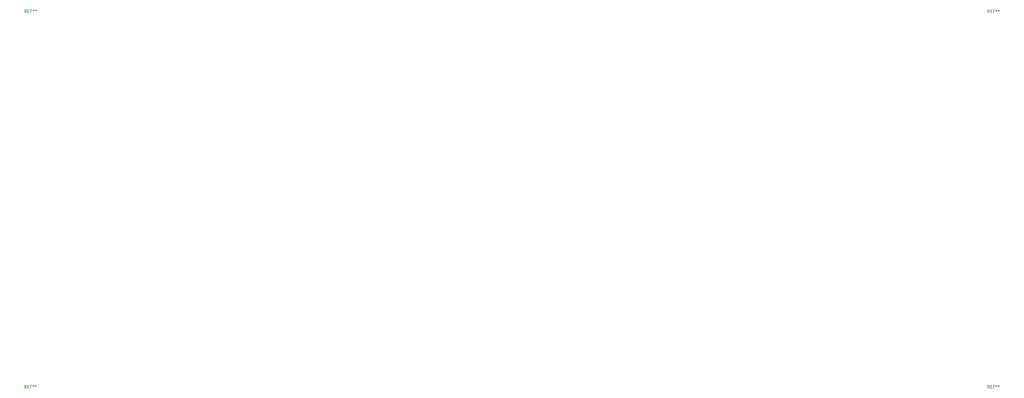
<source format=gbr>
%TF.GenerationSoftware,KiCad,Pcbnew,(6.0.10)*%
%TF.CreationDate,2023-03-07T00:13:01-08:00*%
%TF.ProjectId,fr4 plate,66723420-706c-4617-9465-2e6b69636164,rev?*%
%TF.SameCoordinates,Original*%
%TF.FileFunction,Legend,Top*%
%TF.FilePolarity,Positive*%
%FSLAX46Y46*%
G04 Gerber Fmt 4.6, Leading zero omitted, Abs format (unit mm)*
G04 Created by KiCad (PCBNEW (6.0.10)) date 2023-03-07 00:13:01*
%MOMM*%
%LPD*%
G01*
G04 APERTURE LIST*
%ADD10C,0.150000*%
G04 APERTURE END LIST*
D10*
%TO.C,REF\u002A\u002A*%
X370161665Y-65680380D02*
X369828332Y-65204190D01*
X369590237Y-65680380D02*
X369590237Y-64680380D01*
X369971189Y-64680380D01*
X370066427Y-64728000D01*
X370114046Y-64775619D01*
X370161665Y-64870857D01*
X370161665Y-65013714D01*
X370114046Y-65108952D01*
X370066427Y-65156571D01*
X369971189Y-65204190D01*
X369590237Y-65204190D01*
X370590237Y-65156571D02*
X370923570Y-65156571D01*
X371066427Y-65680380D02*
X370590237Y-65680380D01*
X370590237Y-64680380D01*
X371066427Y-64680380D01*
X371828332Y-65156571D02*
X371494999Y-65156571D01*
X371494999Y-65680380D02*
X371494999Y-64680380D01*
X371971189Y-64680380D01*
X372494999Y-64680380D02*
X372494999Y-64918476D01*
X372256903Y-64823238D02*
X372494999Y-64918476D01*
X372733094Y-64823238D01*
X372352141Y-65108952D02*
X372494999Y-64918476D01*
X372637856Y-65108952D01*
X373256903Y-64680380D02*
X373256903Y-64918476D01*
X373018808Y-64823238D02*
X373256903Y-64918476D01*
X373494999Y-64823238D01*
X373114046Y-65108952D02*
X373256903Y-64918476D01*
X373399760Y-65108952D01*
X370161665Y-190510380D02*
X369828332Y-190034190D01*
X369590237Y-190510380D02*
X369590237Y-189510380D01*
X369971189Y-189510380D01*
X370066427Y-189558000D01*
X370114046Y-189605619D01*
X370161665Y-189700857D01*
X370161665Y-189843714D01*
X370114046Y-189938952D01*
X370066427Y-189986571D01*
X369971189Y-190034190D01*
X369590237Y-190034190D01*
X370590237Y-189986571D02*
X370923570Y-189986571D01*
X371066427Y-190510380D02*
X370590237Y-190510380D01*
X370590237Y-189510380D01*
X371066427Y-189510380D01*
X371828332Y-189986571D02*
X371494999Y-189986571D01*
X371494999Y-190510380D02*
X371494999Y-189510380D01*
X371971189Y-189510380D01*
X372494999Y-189510380D02*
X372494999Y-189748476D01*
X372256903Y-189653238D02*
X372494999Y-189748476D01*
X372733094Y-189653238D01*
X372352141Y-189938952D02*
X372494999Y-189748476D01*
X372637856Y-189938952D01*
X373256903Y-189510380D02*
X373256903Y-189748476D01*
X373018808Y-189653238D02*
X373256903Y-189748476D01*
X373494999Y-189653238D01*
X373114046Y-189938952D02*
X373256903Y-189748476D01*
X373399760Y-189938952D01*
X50106666Y-190522380D02*
X49773333Y-190046190D01*
X49535238Y-190522380D02*
X49535238Y-189522380D01*
X49916190Y-189522380D01*
X50011428Y-189570000D01*
X50059047Y-189617619D01*
X50106666Y-189712857D01*
X50106666Y-189855714D01*
X50059047Y-189950952D01*
X50011428Y-189998571D01*
X49916190Y-190046190D01*
X49535238Y-190046190D01*
X50535238Y-189998571D02*
X50868571Y-189998571D01*
X51011428Y-190522380D02*
X50535238Y-190522380D01*
X50535238Y-189522380D01*
X51011428Y-189522380D01*
X51773333Y-189998571D02*
X51440000Y-189998571D01*
X51440000Y-190522380D02*
X51440000Y-189522380D01*
X51916190Y-189522380D01*
X52440000Y-189522380D02*
X52440000Y-189760476D01*
X52201904Y-189665238D02*
X52440000Y-189760476D01*
X52678095Y-189665238D01*
X52297142Y-189950952D02*
X52440000Y-189760476D01*
X52582857Y-189950952D01*
X53201904Y-189522380D02*
X53201904Y-189760476D01*
X52963809Y-189665238D02*
X53201904Y-189760476D01*
X53440000Y-189665238D01*
X53059047Y-189950952D02*
X53201904Y-189760476D01*
X53344761Y-189950952D01*
X50186666Y-65642380D02*
X49853333Y-65166190D01*
X49615238Y-65642380D02*
X49615238Y-64642380D01*
X49996190Y-64642380D01*
X50091428Y-64690000D01*
X50139047Y-64737619D01*
X50186666Y-64832857D01*
X50186666Y-64975714D01*
X50139047Y-65070952D01*
X50091428Y-65118571D01*
X49996190Y-65166190D01*
X49615238Y-65166190D01*
X50615238Y-65118571D02*
X50948571Y-65118571D01*
X51091428Y-65642380D02*
X50615238Y-65642380D01*
X50615238Y-64642380D01*
X51091428Y-64642380D01*
X51853333Y-65118571D02*
X51520000Y-65118571D01*
X51520000Y-65642380D02*
X51520000Y-64642380D01*
X51996190Y-64642380D01*
X52520000Y-64642380D02*
X52520000Y-64880476D01*
X52281904Y-64785238D02*
X52520000Y-64880476D01*
X52758095Y-64785238D01*
X52377142Y-65070952D02*
X52520000Y-64880476D01*
X52662857Y-65070952D01*
X53281904Y-64642380D02*
X53281904Y-64880476D01*
X53043809Y-64785238D02*
X53281904Y-64880476D01*
X53520000Y-64785238D01*
X53139047Y-65070952D02*
X53281904Y-64880476D01*
X53424761Y-65070952D01*
%TO.C,*%
%TD*%
M02*

</source>
